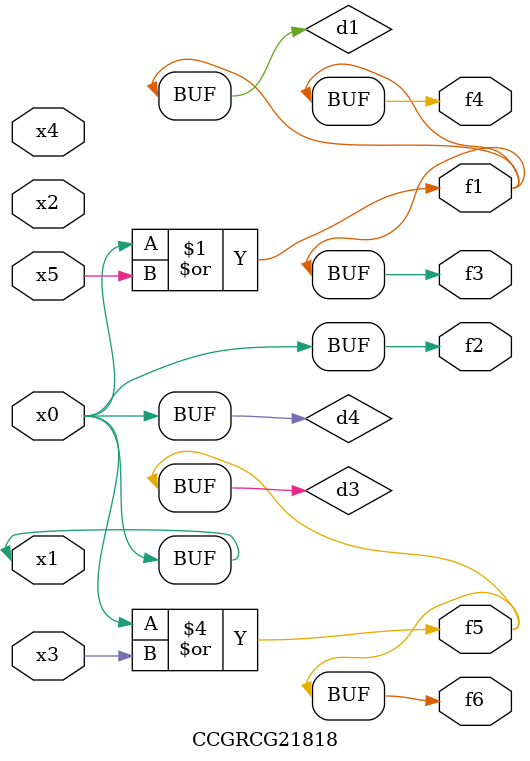
<source format=v>
module CCGRCG21818(
	input x0, x1, x2, x3, x4, x5,
	output f1, f2, f3, f4, f5, f6
);

	wire d1, d2, d3, d4;

	or (d1, x0, x5);
	xnor (d2, x1, x4);
	or (d3, x0, x3);
	buf (d4, x0, x1);
	assign f1 = d1;
	assign f2 = d4;
	assign f3 = d1;
	assign f4 = d1;
	assign f5 = d3;
	assign f6 = d3;
endmodule

</source>
